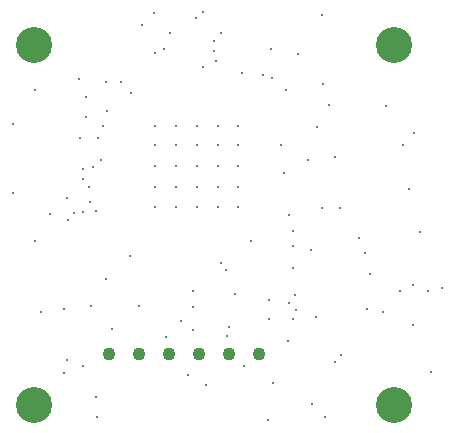
<source format=gbr>
%TF.GenerationSoftware,Altium Limited,Altium Designer,21.3.2 (30)*%
G04 Layer_Color=0*
%FSLAX44Y44*%
%MOMM*%
%TF.SameCoordinates,DF9C5644-7730-4CB0-946D-AD2690A7FF42*%
%TF.FilePolarity,Positive*%
%TF.FileFunction,Plated,1,2,PTH,Drill*%
%TF.Part,Single*%
G01*
G75*
%TA.AperFunction,ComponentDrill*%
%ADD82C,1.1000*%
%TA.AperFunction,OtherDrill,Pad Free-1 (60.96mm,60.96mm)*%
%ADD83C,3.0480*%
%TA.AperFunction,OtherDrill,Pad Free-1 (91.44mm,60.96mm)*%
%ADD84C,3.0480*%
%TA.AperFunction,OtherDrill,Pad Free-1 (91.44mm,91.44mm)*%
%ADD85C,3.0480*%
%TA.AperFunction,OtherDrill,Pad Free-1 (60.96mm,91.44mm)*%
%ADD86C,3.0480*%
%TA.AperFunction,ViaDrill,NotFilled*%
%ADD87C,0.3048*%
D82*
X723900Y652540D02*
D03*
X673100D02*
D03*
X698500D02*
D03*
X749300D02*
D03*
X774700D02*
D03*
X800100D02*
D03*
D83*
X609600Y609600D02*
D03*
D84*
X914400D02*
D03*
D85*
Y914400D02*
D03*
D86*
X609600D02*
D03*
D87*
X712724Y907542D02*
D03*
X764032Y900176D02*
D03*
X762000Y909066D02*
D03*
X762508Y917448D02*
D03*
X676341Y673507D02*
D03*
X662371Y615849D02*
D03*
X755335Y626009D02*
D03*
X812485Y628041D02*
D03*
X844997Y610007D02*
D03*
X848299Y683921D02*
D03*
X825246Y663702D02*
D03*
X936945Y756057D02*
D03*
X907633Y862864D02*
D03*
X931357Y839877D02*
D03*
X662432Y773176D02*
D03*
X657098Y781050D02*
D03*
X753364Y895096D02*
D03*
X725424Y924052D02*
D03*
X720090Y910590D02*
D03*
X768410Y729504D02*
D03*
X698500Y693420D02*
D03*
X772820Y723290D02*
D03*
X811510Y886440D02*
D03*
X831850Y689610D02*
D03*
X829135Y682075D02*
D03*
X955109Y708565D02*
D03*
X844619Y740315D02*
D03*
X664210Y835660D02*
D03*
X651510Y808990D02*
D03*
X666750Y816610D02*
D03*
X660114Y810883D02*
D03*
X651333Y800570D02*
D03*
X859790Y863600D02*
D03*
X864870Y819150D02*
D03*
X842010Y816610D02*
D03*
X818919Y829079D02*
D03*
X721360Y666750D02*
D03*
X734060Y680720D02*
D03*
X849428Y844550D02*
D03*
X854710Y881380D02*
D03*
X740410Y635000D02*
D03*
X793750Y748030D02*
D03*
X822960Y876300D02*
D03*
X803910Y889000D02*
D03*
X768350Y924560D02*
D03*
X637540Y647700D02*
D03*
X638810Y765810D02*
D03*
X779780Y703580D02*
D03*
X808990Y681990D02*
D03*
X773430Y668020D02*
D03*
X648970Y835660D02*
D03*
X786130Y890270D02*
D03*
X610870Y748030D02*
D03*
X637540Y784860D02*
D03*
X643936Y772200D02*
D03*
X651555Y772329D02*
D03*
X656590Y794180D02*
D03*
X787400Y642620D02*
D03*
X774700Y675640D02*
D03*
X946150Y637540D02*
D03*
X930910Y711200D02*
D03*
Y676910D02*
D03*
X647700Y885190D02*
D03*
X701040Y930910D02*
D03*
X623570Y770890D02*
D03*
X711200Y941070D02*
D03*
X610870Y876300D02*
D03*
X591820Y788670D02*
D03*
Y847090D02*
D03*
X654050Y869950D02*
D03*
X670560Y882650D02*
D03*
X692150Y873760D02*
D03*
X671830Y858520D02*
D03*
X782320Y777240D02*
D03*
X765810D02*
D03*
X748030D02*
D03*
X730250D02*
D03*
X712470D02*
D03*
X782320Y793750D02*
D03*
X765810D02*
D03*
X748030D02*
D03*
X730250D02*
D03*
X712470D02*
D03*
X782320Y811530D02*
D03*
X765810D02*
D03*
X748030D02*
D03*
X730250D02*
D03*
X712470D02*
D03*
X782320Y829310D02*
D03*
X765810D02*
D03*
X748030D02*
D03*
X730250D02*
D03*
X712470D02*
D03*
X782320Y845820D02*
D03*
X765810D02*
D03*
X748030D02*
D03*
X730250D02*
D03*
X712470D02*
D03*
X810260Y910590D02*
D03*
X833120Y906780D02*
D03*
X853440Y939800D02*
D03*
X657860Y693420D02*
D03*
X635000Y690880D02*
D03*
X615950Y688340D02*
D03*
X690880Y735330D02*
D03*
X670560Y716280D02*
D03*
X927100Y792480D02*
D03*
X922020Y829310D02*
D03*
X864562Y646122D02*
D03*
X869950Y651510D02*
D03*
X825500Y695960D02*
D03*
X855980Y599440D02*
D03*
X807720Y596900D02*
D03*
X905510Y688340D02*
D03*
X891540Y690880D02*
D03*
X894080Y720090D02*
D03*
X890270Y737870D02*
D03*
X885190Y750570D02*
D03*
X868680Y775970D02*
D03*
X853440D02*
D03*
X830580Y702310D02*
D03*
X829310Y725170D02*
D03*
Y744220D02*
D03*
X808990Y698500D02*
D03*
X662940Y599440D02*
D03*
X635000Y636270D02*
D03*
X943610Y706120D02*
D03*
X919480D02*
D03*
X829310Y756920D02*
D03*
X825611Y770011D02*
D03*
X654050Y853440D02*
D03*
X683260Y882650D02*
D03*
X753110Y942340D02*
D03*
X746850Y937260D02*
D03*
X668020Y845820D02*
D03*
X744220Y706120D02*
D03*
X821515Y805355D02*
D03*
X651510Y642620D02*
D03*
X744220Y673100D02*
D03*
Y692150D02*
D03*
%TF.MD5,95a76c046eb98056a3c83b8e0517d744*%
M02*

</source>
